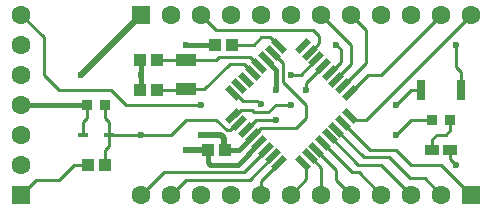
<source format=gtl>
G04*
G04 #@! TF.GenerationSoftware,Altium Limited,Altium Designer,23.5.1 (21)*
G04*
G04 Layer_Physical_Order=1*
G04 Layer_Color=255*
%FSLAX25Y25*%
%MOIN*%
G70*
G04*
G04 #@! TF.SameCoordinates,D9CCEF5A-5521-415F-BE8B-602E9C6E1BA1*
G04*
G04*
G04 #@! TF.FilePolarity,Positive*
G04*
G01*
G75*
%ADD34R,0.07087X0.03937*%
%ADD35R,0.04331X0.03937*%
%ADD36R,0.03740X0.01575*%
G04:AMPARAMS|DCode=37|XSize=21.65mil|YSize=55.12mil|CornerRadius=0mil|HoleSize=0mil|Usage=FLASHONLY|Rotation=225.000|XOffset=0mil|YOffset=0mil|HoleType=Round|Shape=Rectangle|*
%AMROTATEDRECTD37*
4,1,4,-0.01183,0.02714,0.02714,-0.01183,0.01183,-0.02714,-0.02714,0.01183,-0.01183,0.02714,0.0*
%
%ADD37ROTATEDRECTD37*%

G04:AMPARAMS|DCode=38|XSize=21.65mil|YSize=55.12mil|CornerRadius=0mil|HoleSize=0mil|Usage=FLASHONLY|Rotation=135.000|XOffset=0mil|YOffset=0mil|HoleType=Round|Shape=Rectangle|*
%AMROTATEDRECTD38*
4,1,4,0.02714,0.01183,-0.01183,-0.02714,-0.02714,-0.01183,0.01183,0.02714,0.02714,0.01183,0.0*
%
%ADD38ROTATEDRECTD38*%

%ADD39R,0.03740X0.03543*%
%ADD40R,0.04724X0.03347*%
%ADD41R,0.03150X0.06693*%
%ADD42C,0.01000*%
%ADD43C,0.01500*%
%ADD44C,0.02000*%
%ADD45R,0.06299X0.06299*%
%ADD46C,0.06299*%
%ADD47R,0.06299X0.06299*%
%ADD48C,0.02362*%
D34*
X60000Y49921D02*
D03*
Y40079D02*
D03*
D35*
X44646Y50000D02*
D03*
X50354D02*
D03*
X44646Y40000D02*
D03*
X50354D02*
D03*
X75354Y55000D02*
D03*
X69646D02*
D03*
X72854Y20000D02*
D03*
X67146D02*
D03*
X32854Y15000D02*
D03*
X27146D02*
D03*
D36*
X34232Y25000D02*
D03*
X25768D02*
D03*
D37*
X98897Y15513D02*
D03*
X101125Y17740D02*
D03*
X103352Y19967D02*
D03*
X105579Y22194D02*
D03*
X107806Y24421D02*
D03*
X110033Y26648D02*
D03*
X112260Y28875D02*
D03*
X114487Y31103D02*
D03*
X91103Y54487D02*
D03*
X88876Y52260D02*
D03*
X86648Y50033D02*
D03*
X84421Y47806D02*
D03*
X82194Y45579D02*
D03*
X79967Y43352D02*
D03*
X77740Y41125D02*
D03*
X75513Y38897D02*
D03*
D38*
X114487D02*
D03*
X112260Y41125D02*
D03*
X110033Y43352D02*
D03*
X107806Y45579D02*
D03*
X105579Y47806D02*
D03*
X103352Y50033D02*
D03*
X101125Y52260D02*
D03*
X98897Y54487D02*
D03*
X75513Y31103D02*
D03*
X77740Y28875D02*
D03*
X79967Y26648D02*
D03*
X82194Y24421D02*
D03*
X84421Y22194D02*
D03*
X86648Y19967D02*
D03*
X88876Y17740D02*
D03*
X91103Y15513D02*
D03*
D39*
X141949Y30000D02*
D03*
X148051D02*
D03*
X33051Y35000D02*
D03*
X26949D02*
D03*
D40*
X148051Y20000D02*
D03*
X141949D02*
D03*
D41*
X151693Y40000D02*
D03*
X138307D02*
D03*
D42*
X75354Y55000D02*
X82500D01*
X50354Y40000D02*
X59921D01*
X60000Y40079D01*
X50354Y50000D02*
X59921D01*
X60000Y49921D01*
X69921D01*
X71000Y51000D01*
X60000Y40079D02*
X66079D01*
X74605Y48605D01*
X40000Y35000D02*
X65000D01*
X73617Y26383D02*
X74446D01*
X76938Y28875D01*
X55000Y25000D02*
X60000Y30000D01*
X70000D01*
X73617Y26383D01*
X50354Y40000D02*
X50433Y40079D01*
X17500Y40000D02*
X35000D01*
X40000Y35000D01*
X17500Y10000D02*
X22500Y15000D01*
X10000Y10000D02*
X17500D01*
X22500Y15000D02*
X27146D01*
X143500Y25000D02*
X146500D01*
X141949Y20000D02*
Y23449D01*
X143500Y25000D01*
X148051Y26551D02*
Y30000D01*
X146500Y25000D02*
X148051Y26551D01*
X32854Y15000D02*
Y19854D01*
X34232Y21232D02*
Y25000D01*
X32854Y19854D02*
X34232Y21232D01*
X45000Y25000D02*
X55000D01*
X34232D02*
X45000D01*
X34232D02*
Y29268D01*
X33051Y30449D02*
X34232Y29268D01*
X33051Y30449D02*
Y35000D01*
X25768Y29268D02*
X26949Y30449D01*
X25768Y25000D02*
Y29268D01*
X26949Y30449D02*
Y35000D01*
X120590Y45000D02*
X125000D01*
X114487Y38897D02*
X120590Y45000D01*
X125000D02*
X145000Y65000D01*
X71000Y51000D02*
X81227D01*
X107806Y45579D02*
X111500Y49273D01*
X151693Y40000D02*
Y45807D01*
X150000Y47500D02*
Y55000D01*
Y47500D02*
X151693Y45807D01*
X85000Y9410D02*
X91103Y15513D01*
X81135Y10000D02*
X88876Y17740D01*
X52500Y12500D02*
X79181D01*
X60000Y10000D02*
X81135D01*
X79181Y12500D02*
X86648Y19967D01*
X85000Y5000D02*
Y9410D01*
X76938Y28875D02*
X77740D01*
X74605Y48605D02*
X79168D01*
X82194Y45579D01*
X81227Y51000D02*
X84421Y47806D01*
X148051Y16949D02*
Y20000D01*
Y16949D02*
X150000Y15000D01*
X135000Y30000D02*
X141949D01*
X130000Y25000D02*
X135000Y30000D01*
X145000Y15000D02*
X155000Y5000D01*
X135000Y15000D02*
X145000D01*
X105579Y22194D02*
X115273Y12500D01*
X117500D01*
X125000Y5000D01*
X107806Y24421D02*
X117227Y15000D01*
X125000D02*
X135000Y5000D01*
X117227Y15000D02*
X125000D01*
X119181Y17500D02*
X127500D01*
X110033Y26648D02*
X119181Y17500D01*
X127500D02*
X134493Y10507D01*
X112260Y28875D02*
X121135Y20000D01*
X130000D02*
X135000Y15000D01*
X121135Y20000D02*
X130000D01*
X55000Y5000D02*
X60000Y10000D01*
X45000Y5000D02*
X52500Y12500D01*
X72658Y20000D02*
X72854D01*
X84842Y35090D02*
X84910D01*
X83643Y36289D02*
X84842Y35090D01*
X78923Y36289D02*
X83643D01*
X75513Y38897D02*
X76315D01*
X78923Y36289D01*
X87271Y32409D02*
X89862Y35000D01*
X95000D01*
X82502Y32409D02*
X87271D01*
X78302Y33090D02*
X81821D01*
X82502Y32409D01*
X75513Y31103D02*
X76315D01*
X78302Y33090D01*
X82500Y55000D02*
X85000Y57500D01*
X88090D02*
X91103Y54487D01*
X85000Y57500D02*
X88090D01*
X88876Y52260D02*
X92319Y48817D01*
Y42681D02*
Y48817D01*
Y42681D02*
X100000Y35000D01*
Y30586D02*
Y35000D01*
X96733Y27319D02*
X100000Y30586D01*
X85092Y27319D02*
X96733D01*
X82194Y24421D02*
X85092Y27319D01*
X12500Y45000D02*
X17500Y40000D01*
X12500Y45000D02*
Y57500D01*
X5000Y65000D02*
X12500Y57500D01*
X120000Y30000D02*
X155000Y65000D01*
X116494Y29919D02*
X116575Y30000D01*
X114487Y31103D02*
X115311D01*
X116494Y29919D01*
X116575Y30000D02*
X120000D01*
X110000Y55000D02*
X111500Y53500D01*
Y49273D02*
Y53500D01*
X105000Y65000D02*
X115000Y55000D01*
Y48403D02*
Y55000D01*
X110033Y43436D02*
X115000Y48403D01*
X110033Y43352D02*
Y43436D01*
X70000Y60000D02*
X102189D01*
X112260Y41125D02*
X120000Y48864D01*
X101125Y52260D02*
X104414Y55550D01*
X102189Y60000D02*
X104414Y57775D01*
Y55550D02*
Y57775D01*
X120000Y48864D02*
Y60000D01*
X65000Y65000D02*
X70000Y60000D01*
X100081Y10081D02*
Y14330D01*
X95000Y5000D02*
X100081Y10081D01*
X98897Y15513D02*
X100081Y14330D01*
X115000Y65000D02*
X120000Y60000D01*
X100000Y40000D02*
Y42227D01*
X105579Y47806D01*
X79967Y26648D02*
X83319Y30000D01*
X90000D01*
X98319Y45000D02*
X103352Y50033D01*
X95000Y45000D02*
X98319D01*
X135000Y40000D02*
X138307D01*
X130000Y35000D02*
X135000Y40000D01*
X5000Y5000D02*
X10000Y10000D01*
X139493Y10507D02*
X145000Y5000D01*
X134493Y10507D02*
X139493D01*
X103352Y19967D02*
X110000Y13319D01*
Y10000D02*
Y13319D01*
Y10000D02*
X115000Y5000D01*
X101125Y17740D02*
X105000Y13864D01*
Y5000D02*
Y13864D01*
D43*
X44646Y40000D02*
X45000Y40354D01*
Y45000D01*
X44646Y50000D02*
X45000Y49646D01*
Y45000D02*
Y49646D01*
X60000Y55000D02*
X69646D01*
X68024Y15000D02*
X77227D01*
X84421Y22194D01*
X67146Y15879D02*
X68024Y15000D01*
X67146Y15879D02*
Y20000D01*
X72854D02*
X77773D01*
X86648Y50033D02*
X90000Y46681D01*
Y40000D02*
Y46681D01*
X5000Y35000D02*
X26949D01*
X77773Y20000D02*
X82194Y24421D01*
D44*
X65000Y25000D02*
X71465D01*
X72658Y20000D02*
Y23807D01*
X25000Y45000D02*
X45000Y65000D01*
X71465Y25000D02*
X72658Y23807D01*
X60000Y20000D02*
X67146D01*
D45*
X155000Y5000D02*
D03*
X45000Y65000D02*
D03*
D46*
X145000Y5000D02*
D03*
X135000D02*
D03*
X125000D02*
D03*
X115000D02*
D03*
X105000D02*
D03*
X95000D02*
D03*
X85000D02*
D03*
X75000D02*
D03*
X65000D02*
D03*
X55000D02*
D03*
X45000D02*
D03*
X55000Y65000D02*
D03*
X65000D02*
D03*
X75000D02*
D03*
X85000D02*
D03*
X95000D02*
D03*
X105000D02*
D03*
X115000D02*
D03*
X125000D02*
D03*
X135000D02*
D03*
X145000D02*
D03*
X155000D02*
D03*
X5000Y55000D02*
D03*
Y45000D02*
D03*
Y35000D02*
D03*
Y25000D02*
D03*
Y15000D02*
D03*
Y65000D02*
D03*
D47*
Y5000D02*
D03*
D48*
X65000Y35000D02*
D03*
Y25000D02*
D03*
X45000Y45000D02*
D03*
X25000D02*
D03*
X45000Y25000D02*
D03*
X60000Y20000D02*
D03*
Y55000D02*
D03*
X84910Y35090D02*
D03*
X130000Y25000D02*
D03*
X150000Y55000D02*
D03*
X110000D02*
D03*
X100000Y40000D02*
D03*
X95000Y35000D02*
D03*
X90000Y30000D02*
D03*
X130000Y35000D02*
D03*
X150000Y15000D02*
D03*
X90000Y40000D02*
D03*
X95000Y45000D02*
D03*
M02*

</source>
